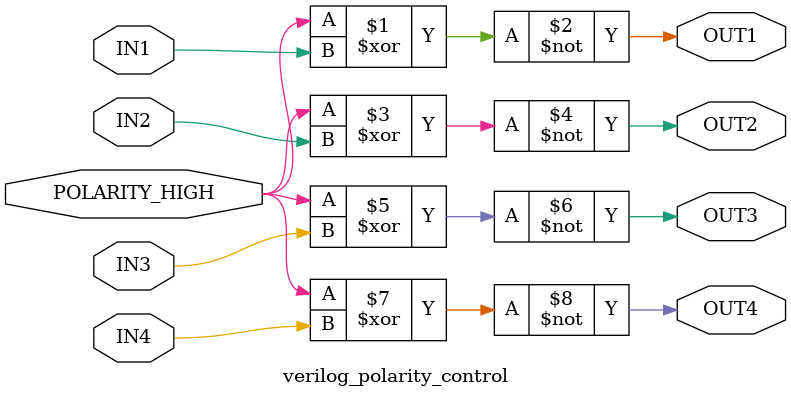
<source format=v>
module verilog_polarity_control
(
	// Input ports
	input POLARITY_HIGH, IN1, IN2, IN3, IN4,
	
	//output ports
	output OUT1, OUT2, OUT3, OUT4
);

assign OUT1 = ~(POLARITY_HIGH ^ IN1);
assign OUT2 = ~(POLARITY_HIGH ^ IN2);
assign OUT3 = ~(POLARITY_HIGH ^ IN3);
assign OUT4 = ~(POLARITY_HIGH ^ IN4);

endmodule
</source>
